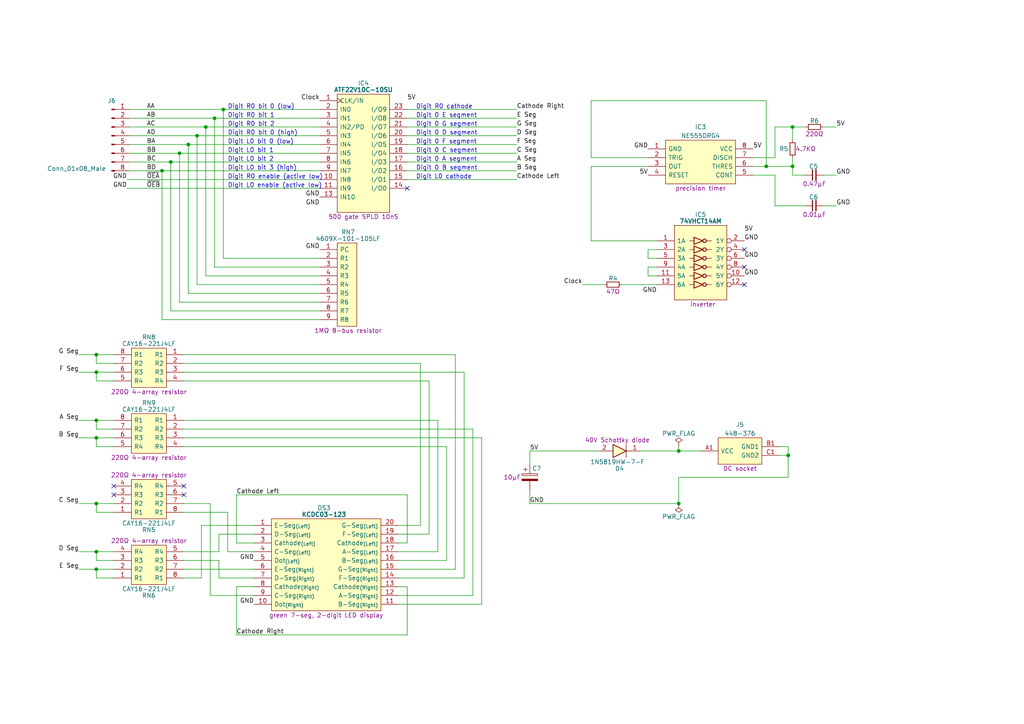
<source format=kicad_sch>
(kicad_sch (version 20230121) (generator eeschema)
  (paper "A4")
  (lib_symbols
    (symbol "Bourns:4609X-101-105LF" (pin_names (offset 0.762))
      (property "Reference" "RN" (at 8.255 5.08 0))
      (property "Value" "4609X-101-105LF" (at 8.255 3.175 0))
      (property "Description" "1MΩ 8-bus resistor" (at 8.255 -23.495 0))
      (symbol "4609X-101-105LF_0_0"
        (pin passive line (at 0 0 0) (length 5.08) (name "PC") (number "1"))
        (pin passive line (at 0 -2.54 0) (length 5.08) (name "R1") (number "2"))
        (pin passive line (at 0 -5.08 0) (length 5.08) (name "R2") (number "3"))
        (pin passive line (at 0 -7.62 0) (length 5.08) (name "R3") (number "4"))
        (pin passive line (at 0 -10.16 0) (length 5.08) (name "R4") (number "5"))
        (pin passive line (at 0 -12.7 0) (length 5.08) (name "R5") (number "6"))
        (pin passive line (at 0 -15.24 0) (length 5.08) (name "R6") (number "7"))
        (pin passive line (at 0 -17.78 0) (length 5.08) (name "R7") (number "8"))
        (pin passive line (at 0 -20.32 0) (length 5.08) (name "R8") (number "9"))
      )
      (symbol "4609X-101-105LF_0_1"
        (polyline (pts (xy 5.08 1.905) (xy 10.795 1.905) (xy 10.795 -22.225) (xy 5.08 -22.225) (xy 5.08 1.905)) (stroke (width 0.1524)) (fill (type background)))
      )
    )
    (symbol "Bourns:CAY16-221J4LF" (pin_names (offset 0.762))
      (property "Reference" "RN" (at 10.16 5.08 0))
      (property "Value" "CAY16-221J4LF" (at 10.16 3.175 0))
      (property "Description" "220Ω 4-array resistor" (at 10.16 -10.795 0))
      (symbol "CAY16-221J4LF_0_0"
        (pin passive line (at 0 0 0) (length 5.08) (name "R1") (number "1"))
        (pin passive line (at 0 -2.54 0) (length 5.08) (name "R2") (number "2"))
        (pin passive line (at 0 -5.08 0) (length 5.08) (name "R3") (number "3"))
        (pin passive line (at 0 -7.62 0) (length 5.08) (name "R4") (number "4"))
        (pin passive line (at 20.32 -7.62 180) (length 5.08) (name "R4") (number "5"))
        (pin passive line (at 20.32 -5.08 180) (length 5.08) (name "R3") (number "6"))
        (pin passive line (at 20.32 -2.54 180) (length 5.08) (name "R2") (number "7"))
        (pin passive line (at 20.32 0 180) (length 5.08) (name "R1") (number "8"))
      )
      (symbol "CAY16-221J4LF_0_1"
        (polyline (pts (xy 5.08 1.905) (xy 15.24 1.905) (xy 15.24 -9.525) (xy 5.08 -9.525) (xy 5.08 1.905)) (stroke (width 0.1524)) (fill (type background)))
      )
    )
    (symbol "Connector:Conn_01x08_Male" (pin_names (offset 1.016) hide)
      (property "Reference" "J" (at 0 10.16 0))
      (property "Value" "Conn_01x08_Male" (at 0 -12.7 0))
      (symbol "Conn_01x08_Male_1_1"
        (polyline (pts (xy 1.27 -10.16) (xy 0.8636 -10.16)) (stroke (width 0.1524)))
        (polyline (pts (xy 1.27 -7.62) (xy 0.8636 -7.62)) (stroke (width 0.1524)))
        (polyline (pts (xy 1.27 -5.08) (xy 0.8636 -5.08)) (stroke (width 0.1524)))
        (polyline (pts (xy 1.27 -2.54) (xy 0.8636 -2.54)) (stroke (width 0.1524)))
        (polyline (pts (xy 1.27 0) (xy 0.8636 0)) (stroke (width 0.1524)))
        (polyline (pts (xy 1.27 2.54) (xy 0.8636 2.54)) (stroke (width 0.1524)))
        (polyline (pts (xy 1.27 5.08) (xy 0.8636 5.08)) (stroke (width 0.1524)))
        (polyline (pts (xy 1.27 7.62) (xy 0.8636 7.62)) (stroke (width 0.1524)))
        (rectangle (start 0.8636 -10.033) (end 0 -10.287) (stroke (width 0.1524)) (fill (type outline)))
        (rectangle (start 0.8636 -7.493) (end 0 -7.747) (stroke (width 0.1524)) (fill (type outline)))
        (rectangle (start 0.8636 -4.953) (end 0 -5.207) (stroke (width 0.1524)) (fill (type outline)))
        (rectangle (start 0.8636 -2.413) (end 0 -2.667) (stroke (width 0.1524)) (fill (type outline)))
        (rectangle (start 0.8636 0.127) (end 0 -0.127) (stroke (width 0.1524)) (fill (type outline)))
        (rectangle (start 0.8636 2.667) (end 0 2.413) (stroke (width 0.1524)) (fill (type outline)))
        (rectangle (start 0.8636 5.207) (end 0 4.953) (stroke (width 0.1524)) (fill (type outline)))
        (rectangle (start 0.8636 7.747) (end 0 7.493) (stroke (width 0.1524)) (fill (type outline)))
        (pin passive line (at 5.08 7.62 180) (length 3.81) (name "Pin_1") (number "1"))
        (pin passive line (at 5.08 5.08 180) (length 3.81) (name "Pin_2") (number "2"))
        (pin passive line (at 5.08 2.54 180) (length 3.81) (name "Pin_3") (number "3"))
        (pin passive line (at 5.08 0 180) (length 3.81) (name "Pin_4") (number "4"))
        (pin passive line (at 5.08 -2.54 180) (length 3.81) (name "Pin_5") (number "5"))
        (pin passive line (at 5.08 -5.08 180) (length 3.81) (name "Pin_6") (number "6"))
        (pin passive line (at 5.08 -7.62 180) (length 3.81) (name "Pin_7") (number "7"))
        (pin passive line (at 5.08 -10.16 180) (length 3.81) (name "Pin_8") (number "8"))
      )
    )
    (symbol "Device:C_Polarized" (pin_numbers hide) (pin_names (offset 0.254))
      (property "Reference" "C" (at 0.635 2.54 0))
      (property "Value" "C_Polarized" (at 0.635 -2.54 0))
      (symbol "C_Polarized_0_1"
        (rectangle (start -2.286 0.508) (end 2.286 1.016))
        (polyline (pts (xy -1.778 2.286) (xy -0.762 2.286)))
        (polyline (pts (xy -1.27 2.794) (xy -1.27 1.778)))
        (rectangle (start 2.286 -0.508) (end -2.286 -1.016) (fill (type outline)))
      )
      (symbol "C_Polarized_1_1"
        (pin passive line (at 0 3.81 270) (length 2.794) (name "~") (number "1"))
        (pin passive line (at 0 -3.81 90) (length 2.794) (name "~") (number "2"))
      )
    )
    (symbol "Diodes_Inc:1N5819HW-7-F" (pin_names (offset 0.762))
      (property "Reference" "D" (at 5.715 5.08 0))
      (property "Value" "1N5819HW-7-F" (at 6.35 3.175 0))
      (property "Description" "40V Schottky diode" (at 6.35 -3.175 0))
      (symbol "1N5819HW-7-F_0_0"
        (pin passive line (at 0 0 0) (length 2.54) (name "~") (number "1"))
        (pin passive line (at 11.43 0 180) (length 2.54) (name "~") (number "2"))
      )
      (symbol "1N5819HW-7-F_0_1"
        (polyline (pts (xy 2.54 0) (xy 3.81 0)) (stroke (width 0.1524)))
        (polyline (pts (xy 3.81 1.905) (xy 3.81 -1.905)) (stroke (width 0.1524)))
        (polyline (pts (xy 7.62 0) (xy 8.89 0)) (stroke (width 0.1524)))
        (polyline (pts (xy 3.81 0) (xy 7.62 1.905) (xy 7.62 -1.905) (xy 3.81 0)) (stroke (width 0.254)) (fill (type background)))
      )
    )
    (symbol "HCP65:C_0805" (pin_numbers hide) (pin_names (offset 0.254) hide)
      (property "Reference" "C" (at 2.286 2.54 0))
      (property "Description" "?μF" (at 2.54 -2.54 0))
      (symbol "C_0805_0_1"
        (polyline (pts (xy 1.9685 -1.4605) (xy 1.9685 1.5875)) (stroke (width 0.3048)))
        (polyline (pts (xy 2.9845 -1.4605) (xy 2.9845 1.5875)) (stroke (width 0.3302)))
      )
      (symbol "C_0805_1_1"
        (pin passive line (at 0 0 0) (length 2.032) (name "~") (number "1"))
        (pin passive line (at 5.08 0 180) (length 2.032) (name "~") (number "2"))
      )
    )
    (symbol "HCP65:R_0805" (pin_numbers hide) (pin_names hide)
      (property "Reference" "R" (at 2.54 1.778 0))
      (property "Description" "?Ω" (at 2.54 -2.032 0))
      (symbol "R_0805_0_1"
        (rectangle (start 0.762 0.762) (end 4.318 -0.762) (stroke (width 0.2032)))
      )
      (symbol "R_0805_1_1"
        (pin passive line (at 0 0 0) (length 0.72) (name "~") (number "1"))
        (pin passive line (at 5.08 0 180) (length 0.72) (name "~") (number "2"))
      )
    )
    (symbol "Kingbright:KCDC03-123" (pin_names (offset 0.762))
      (property "Reference" "DS" (at 20.32 5.08 0))
      (property "Value" "KCDC03-123" (at 20.32 3.175 0))
      (property "Description" "green 7-seg, 2-digit LED display" (at 20.955 -26.035 0))
      (symbol "KCDC03-123_0_0"
        (pin input line (at 0 0 0) (length 5.08) (name "E-Seg_{(Left)}") (number "1"))
        (pin input line (at 0 -22.86 0) (length 5.08) (name "Dot_{(Right)}") (number "10"))
        (pin input line (at 41.91 -22.86 180) (length 5.08) (name "B-Seg_{(Right)}") (number "11"))
        (pin input line (at 41.91 -20.32 180) (length 5.08) (name "A-Seg_{(Right)}") (number "12"))
        (pin passive line (at 41.91 -17.78 180) (length 5.08) (name "Cathode_{(Right)}") (number "13"))
        (pin input line (at 41.91 -15.24 180) (length 5.08) (name "F-Seg_{(Right)}") (number "14"))
        (pin input line (at 41.91 -12.7 180) (length 5.08) (name "G-Seg_{(Right)}") (number "15"))
        (pin input line (at 41.91 -10.16 180) (length 5.08) (name "B-Seg_{(Left)}") (number "16"))
        (pin input line (at 41.91 -7.62 180) (length 5.08) (name "A-Seg_{(Left)}") (number "17"))
        (pin passive line (at 41.91 -5.08 180) (length 5.08) (name "Cathode_{(Left)}") (number "18"))
        (pin input line (at 41.91 -2.54 180) (length 5.08) (name "F-Seg_{(Left)}") (number "19"))
        (pin input line (at 0 -2.54 0) (length 5.08) (name "D-Seg_{(Left)}") (number "2"))
        (pin input line (at 41.91 0 180) (length 5.08) (name "G-Seg_{(Left)}") (number "20"))
        (pin passive line (at 0 -5.08 0) (length 5.08) (name "Cathode_{(Left)}") (number "3"))
        (pin input line (at 0 -7.62 0) (length 5.08) (name "C-Seg_{(Left)}") (number "4"))
        (pin input line (at 0 -10.16 0) (length 5.08) (name "Dot_{(Left)}") (number "5"))
        (pin input line (at 0 -12.7 0) (length 5.08) (name "E-Seg_{(Right)}") (number "6"))
        (pin input line (at 0 -15.24 0) (length 5.08) (name "D-Seg_{(Right)}") (number "7"))
        (pin passive line (at 0 -17.78 0) (length 5.08) (name "Cathode_{(Right)}") (number "8"))
        (pin input line (at 0 -20.32 0) (length 5.08) (name "C-Seg_{(Right)}") (number "9"))
      )
      (symbol "KCDC03-123_0_1"
        (polyline (pts (xy 5.08 1.905) (xy 36.83 1.905) (xy 36.83 -24.765) (xy 5.08 -24.765) (xy 5.08 1.905)) (stroke (width 0.1524)) (fill (type background)))
      )
    )
    (symbol "Microchip:ATF22V10C-10SU" (pin_names (offset 0.762))
      (property "Reference" "IC" (at 12.7 5.08 0))
      (property "Value" "ATF22V10C-10SU" (at 12.7 3.175 0))
      (property "Description" "500 gate SPLD 10nS" (at 12.7 -33.655 0))
      (symbol "ATF22V10C-10SU_0_0"
        (pin input clock (at 0 0 0) (length 5.08) (name "CLK/IN") (number "1"))
        (pin input line (at 0 -22.86 0) (length 5.08) (name "IN8") (number "10"))
        (pin input line (at 0 -25.4 0) (length 5.08) (name "IN9") (number "11"))
        (pin passive line (at 0 -30.48 0) (length 5.08) hide (name "GND") (number "12"))
        (pin input line (at 0 -27.94 0) (length 5.08) (name "IN10") (number "13"))
        (pin bidirectional line (at 25.4 -25.4 180) (length 5.08) (name "I/O0") (number "14"))
        (pin bidirectional line (at 25.4 -22.86 180) (length 5.08) (name "I/O1") (number "15"))
        (pin bidirectional line (at 25.4 -20.32 180) (length 5.08) (name "I/O2") (number "16"))
        (pin bidirectional line (at 25.4 -17.78 180) (length 5.08) (name "I/O3") (number "17"))
        (pin bidirectional line (at 25.4 -15.24 180) (length 5.08) (name "I/O4") (number "18"))
        (pin bidirectional line (at 25.4 -12.7 180) (length 5.08) (name "I/O5") (number "19"))
        (pin input line (at 0 -2.54 0) (length 5.08) (name "IN0") (number "2"))
        (pin bidirectional line (at 25.4 -10.16 180) (length 5.08) (name "I/O6") (number "20"))
        (pin bidirectional line (at 25.4 -7.62 180) (length 5.08) (name "I/O7") (number "21"))
        (pin bidirectional line (at 25.4 -5.08 180) (length 5.08) (name "I/O8") (number "22"))
        (pin bidirectional line (at 25.4 -2.54 180) (length 5.08) (name "I/O9") (number "23"))
        (pin passive line (at 25.4 0 180) (length 5.08) hide (name "5V") (number "24"))
        (pin input line (at 0 -5.08 0) (length 5.08) (name "IN1") (number "3"))
        (pin input line (at 0 -7.62 0) (length 5.08) (name "IN2/PD") (number "4"))
        (pin input line (at 0 -10.16 0) (length 5.08) (name "IN3") (number "5"))
        (pin input line (at 0 -12.7 0) (length 5.08) (name "IN4") (number "6"))
        (pin input line (at 0 -15.24 0) (length 5.08) (name "IN5") (number "7"))
        (pin input line (at 0 -17.78 0) (length 5.08) (name "IN6") (number "8"))
        (pin input line (at 0 -20.32 0) (length 5.08) (name "IN7") (number "9"))
      )
      (symbol "ATF22V10C-10SU_0_1"
        (polyline (pts (xy 5.08 1.905) (xy 20.32 1.905) (xy 20.32 -32.385) (xy 5.08 -32.385) (xy 5.08 1.905)) (stroke (width 0.1524)) (fill (type background)))
      )
    )
    (symbol "ON_Semiconductor:74VHCT14AM" (pin_names (offset 0.762))
      (property "Reference" "IC" (at 12.7 7.62 0))
      (property "Value" "74VHCT14AM" (at 12.7 5.715 0))
      (property "Description" "inverter" (at 13.335 -18.415 0))
      (symbol "74VHCT14AM_0_0"
        (pin input line (at 0 0 0) (length 5.08) (name "1A") (number "1"))
        (pin output inverted (at 25.4 -10.16 180) (length 5.08) (name "5Y") (number "10"))
        (pin input line (at 0 -10.16 0) (length 5.08) (name "5A") (number "11"))
        (pin output inverted (at 25.4 -12.7 180) (length 5.08) (name "6Y") (number "12"))
        (pin input line (at 0 -12.7 0) (length 5.08) (name "6A") (number "13"))
        (pin passive line (at 25.4 2.54 180) (length 5.08) hide (name "5V") (number "14"))
        (pin output inverted (at 25.4 0 180) (length 5.08) (name "1Y") (number "2"))
        (pin input line (at 0 -2.54 0) (length 5.08) (name "2A") (number "3"))
        (pin output inverted (at 25.4 -2.54 180) (length 5.08) (name "2Y") (number "4"))
        (pin input line (at 0 -5.08 0) (length 5.08) (name "3A") (number "5"))
        (pin output inverted (at 25.4 -5.08 180) (length 5.08) (name "3Y") (number "6"))
        (pin passive line (at 0 -15.24 0) (length 5.08) hide (name "GND") (number "7"))
        (pin output inverted (at 25.4 -7.62 180) (length 5.08) (name "4Y") (number "8"))
        (pin input line (at 0 -7.62 0) (length 5.08) (name "4A") (number "9"))
      )
      (symbol "74VHCT14AM_0_1"
        (polyline (pts (xy 9.525 -12.7) (xy 10.7949 -12.7)))
        (polyline (pts (xy 9.525 -10.16) (xy 10.7949 -10.16)))
        (polyline (pts (xy 9.525 -7.62) (xy 10.7949 -7.62)))
        (polyline (pts (xy 9.525 -5.08) (xy 10.7949 -5.08)))
        (polyline (pts (xy 9.525 -2.54) (xy 10.7949 -2.54)))
        (polyline (pts (xy 9.525 0) (xy 10.7949 0)))
        (polyline (pts (xy 14.351 -12.7) (xy 15.875 -12.7)))
        (polyline (pts (xy 14.351 -10.16) (xy 15.875 -10.16)))
        (polyline (pts (xy 14.351 -7.62) (xy 15.875 -7.62)))
        (polyline (pts (xy 14.351 -5.08) (xy 15.875 -5.08)))
        (polyline (pts (xy 14.351 -2.54) (xy 15.875 -2.54)))
        (polyline (pts (xy 14.351 0) (xy 15.875 0)))
        (polyline (pts (xy 10.795 -13.716) (xy 13.335 -12.7) (xy 10.795 -11.684)) (stroke (width 0.254)))
        (polyline (pts (xy 10.795 -11.176) (xy 13.335 -10.16) (xy 10.795 -9.144)) (stroke (width 0.254)))
        (polyline (pts (xy 10.795 -8.636) (xy 13.335 -7.62) (xy 10.795 -6.604)) (stroke (width 0.254)))
        (polyline (pts (xy 10.795 -6.096) (xy 13.335 -5.08) (xy 10.795 -4.064)) (stroke (width 0.254)))
        (polyline (pts (xy 10.795 -3.556) (xy 13.335 -2.54) (xy 10.795 -1.524)) (stroke (width 0.254)))
        (polyline (pts (xy 10.795 -1.016) (xy 13.335 0) (xy 10.795 1.016)) (stroke (width 0.254)))
        (polyline (pts (xy 5.08 4.445) (xy 20.32 4.445) (xy 20.32 -17.145) (xy 5.08 -17.145) (xy 5.08 4.445)) (stroke (width 0.1524)) (fill (type background)))
        (rectangle (start 10.795 -11.684) (end 10.795 -13.716) (stroke (width 0.254)) (fill (type background)))
        (rectangle (start 10.795 -9.144) (end 10.795 -11.176) (stroke (width 0.254)) (fill (type background)))
        (rectangle (start 10.795 -6.604) (end 10.795 -8.636) (stroke (width 0.254)) (fill (type background)))
        (rectangle (start 10.795 -4.064) (end 10.795 -6.096) (stroke (width 0.254)) (fill (type background)))
        (rectangle (start 10.795 -1.524) (end 10.795 -3.556) (stroke (width 0.254)) (fill (type background)))
        (rectangle (start 10.795 1.016) (end 10.795 -1.016) (stroke (width 0.254)) (fill (type background)))
        (circle (center 13.843 -12.7) (radius 0.508) (stroke (width 0.254)))
        (circle (center 13.843 -10.16) (radius 0.508) (stroke (width 0.254)))
        (circle (center 13.843 -7.62) (radius 0.508) (stroke (width 0.254)))
        (circle (center 13.843 -5.08) (radius 0.508) (stroke (width 0.254)))
        (circle (center 13.843 -2.54) (radius 0.508) (stroke (width 0.254)))
        (circle (center 13.843 0) (radius 0.508) (stroke (width 0.254)))
      )
    )
    (symbol "RS_Components:448-376" (pin_names (offset 0.762))
      (property "Reference" "J" (at 11.43 6.35 0))
      (property "Value" "448-376" (at 11.43 3.81 0))
      (property "Description" "DC socket" (at 11.43 -6.35 0))
      (symbol "448-376_0_0"
        (pin passive line (at 0 -1.27 0) (length 5.08) (name "VCC") (number "A1"))
        (pin passive line (at 22.86 0 180) (length 5.08) (name "GND1") (number "B1"))
        (pin passive line (at 22.86 -2.54 180) (length 5.08) (name "GND2") (number "C1"))
      )
      (symbol "448-376_0_1"
        (polyline (pts (xy 5.08 2.54) (xy 17.78 2.54) (xy 17.78 -5.08) (xy 5.08 -5.08) (xy 5.08 2.54)) (stroke (width 0.1524)) (fill (type background)))
      )
    )
    (symbol "Texas_Instruments:NE555DRG4" (pin_names (offset 0.762))
      (property "Reference" "IC3" (at 15.24 6.35 0))
      (property "Value" "NE555DRG4" (at 15.24 3.81 0))
      (property "Description" "precision timer" (at 15.24 -11.43 0))
      (symbol "NE555DRG4_0_0"
        (pin passive line (at 0 0 0) (length 5.08) (name "GND") (number "1"))
        (pin passive line (at 0 -2.54 0) (length 5.08) (name "TRIG") (number "2"))
        (pin passive line (at 0 -5.08 0) (length 5.08) (name "OUT") (number "3"))
        (pin passive line (at 0 -7.62 0) (length 5.08) (name "RESET") (number "4"))
        (pin passive line (at 30.48 -7.62 180) (length 5.08) (name "CONT") (number "5"))
        (pin passive line (at 30.48 -5.08 180) (length 5.08) (name "THRES") (number "6"))
        (pin passive line (at 30.48 -2.54 180) (length 5.08) (name "DISCH") (number "7"))
        (pin passive line (at 30.48 0 180) (length 5.08) (name "VCC") (number "8"))
      )
      (symbol "NE555DRG4_0_1"
        (polyline (pts (xy 5.08 2.54) (xy 25.4 2.54) (xy 25.4 -10.16) (xy 5.08 -10.16) (xy 5.08 2.54)) (stroke (width 0.1524)) (fill (type background)))
      )
    )
    (symbol "power:PWR_FLAG" (power) (pin_numbers hide) (pin_names (offset 0) hide)
      (property "Value" "PWR_FLAG" (at 0 3.81 0))
      (symbol "PWR_FLAG_0_0"
        (pin power_out line (at 0 0 90) (length 0) (name "pwr") (number "1"))
      )
      (symbol "PWR_FLAG_0_1"
        (polyline (pts (xy 0 0) (xy 0 1.27) (xy -1.016 1.905) (xy 0 2.54) (xy 1.016 1.905) (xy 0 1.27)))
      )
    )
  )
  (junction (at 229.87 36.83))
  (junction (at 27.94 160.02))
  (junction (at 27.94 165.1))
  (junction (at 27.94 146.05))
  (junction (at 27.94 127))
  (junction (at 27.94 107.95))
  (junction (at 49.53 46.99))
  (junction (at 196.85 146.05))
  (junction (at 196.85 130.81))
  (junction (at 57.15 39.37))
  (junction (at 228.6 132.08))
  (junction (at 64.77 31.75))
  (junction (at 52.07 44.45))
  (junction (at 27.94 102.87))
  (junction (at 46.99 49.53))
  (junction (at 229.87 48.26))
  (junction (at 27.94 121.92))
  (junction (at 59.69 36.83))
  (junction (at 62.23 34.29))
  (junction (at 222.25 48.26))
  (junction (at 54.61 41.91))
  (no_connect (at 215.9 72.39))
  (no_connect (at 215.9 77.47))
  (no_connect (at 215.9 82.55))
  (no_connect (at 53.34 143.51))
  (no_connect (at 33.02 143.51))
  (no_connect (at 53.34 140.97))
  (no_connect (at 33.02 140.97))
  (no_connect (at 118.11 54.61))
  (wire (pts (xy 196.85 130.81) (xy 203.2 130.81)))
  (wire (pts (xy 229.87 36.83) (xy 229.87 40.64)))
  (wire (pts (xy 33.02 148.59) (xy 27.94 148.59)))
  (wire (pts (xy 196.85 129.54) (xy 196.85 130.81)))
  (wire (pts (xy 62.23 77.47) (xy 92.71 77.47)))
  (wire (pts (xy 115.57 172.72) (xy 137.16 172.72)))
  (wire (pts (xy 171.45 48.26) (xy 171.45 69.85)))
  (wire (pts (xy 187.96 74.93) (xy 190.5 74.93)))
  (wire (pts (xy 27.94 129.54) (xy 27.94 127)))
  (wire (pts (xy 46.99 49.53) (xy 92.71 49.53)))
  (wire (pts (xy 115.57 157.48) (xy 118.11 157.48)))
  (wire (pts (xy 66.04 160.02) (xy 73.66 160.02)))
  (wire (pts (xy 153.67 130.81) (xy 173.99 130.81)))
  (wire (pts (xy 27.94 121.92) (xy 33.02 121.92)))
  (wire (pts (xy 228.6 129.54) (xy 226.06 129.54)))
  (wire (pts (xy 124.46 110.49) (xy 124.46 154.94)))
  (wire (pts (xy 64.77 31.75) (xy 92.71 31.75)))
  (wire (pts (xy 52.07 44.45) (xy 92.71 44.45)))
  (wire (pts (xy 53.34 165.1) (xy 73.66 165.1)))
  (wire (pts (xy 33.02 162.56) (xy 27.94 162.56)))
  (wire (pts (xy 22.86 121.92) (xy 27.94 121.92)))
  (wire (pts (xy 228.6 138.43) (xy 196.85 138.43)))
  (wire (pts (xy 27.94 105.41) (xy 27.94 102.87)))
  (wire (pts (xy 118.11 170.18) (xy 115.57 170.18)))
  (wire (pts (xy 73.66 167.64) (xy 63.5 167.64)))
  (wire (pts (xy 37.465 41.91) (xy 54.61 41.91)))
  (wire (pts (xy 53.34 162.56) (xy 63.5 162.56)))
  (wire (pts (xy 62.23 34.29) (xy 92.71 34.29)))
  (wire (pts (xy 62.23 77.47) (xy 62.23 34.29)))
  (wire (pts (xy 68.58 143.51) (xy 118.11 143.51)))
  (wire (pts (xy 33.02 110.49) (xy 27.94 110.49)))
  (wire (pts (xy 171.45 29.21) (xy 222.25 29.21)))
  (wire (pts (xy 37.465 34.29) (xy 62.23 34.29)))
  (wire (pts (xy 59.69 36.83) (xy 92.71 36.83)))
  (wire (pts (xy 53.34 105.41) (xy 121.92 105.41)))
  (wire (pts (xy 64.77 74.93) (xy 64.77 31.75)))
  (wire (pts (xy 190.5 77.47) (xy 187.96 77.47)))
  (wire (pts (xy 57.15 39.37) (xy 92.71 39.37)))
  (wire (pts (xy 66.04 148.59) (xy 66.04 160.02)))
  (wire (pts (xy 115.57 154.94) (xy 124.46 154.94)))
  (wire (pts (xy 187.96 72.39) (xy 187.96 74.93)))
  (wire (pts (xy 73.66 170.18) (xy 68.58 170.18)))
  (wire (pts (xy 57.15 82.55) (xy 92.71 82.55)))
  (wire (pts (xy 134.62 107.95) (xy 134.62 167.64)))
  (wire (pts (xy 149.86 49.53) (xy 118.11 49.53)))
  (wire (pts (xy 27.94 124.46) (xy 27.94 121.92)))
  (wire (pts (xy 27.94 127) (xy 33.02 127)))
  (wire (pts (xy 132.08 102.87) (xy 132.08 165.1)))
  (wire (pts (xy 63.5 160.02) (xy 63.5 154.94)))
  (wire (pts (xy 49.53 90.17) (xy 49.53 46.99)))
  (wire (pts (xy 242.57 36.83) (xy 238.76 36.83)))
  (wire (pts (xy 118.11 157.48) (xy 118.11 143.51)))
  (wire (pts (xy 53.34 127) (xy 139.7 127)))
  (wire (pts (xy 22.86 165.1) (xy 27.94 165.1)))
  (wire (pts (xy 27.94 162.56) (xy 27.94 160.02)))
  (wire (pts (xy 171.45 45.72) (xy 171.45 29.21)))
  (wire (pts (xy 36.83 52.07) (xy 92.71 52.07)))
  (wire (pts (xy 27.94 165.1) (xy 27.94 167.64)))
  (wire (pts (xy 187.96 77.47) (xy 187.96 80.01)))
  (wire (pts (xy 185.42 130.81) (xy 196.85 130.81)))
  (wire (pts (xy 224.79 50.8) (xy 224.79 59.69)))
  (wire (pts (xy 187.96 80.01) (xy 190.5 80.01)))
  (wire (pts (xy 228.6 132.08) (xy 226.06 132.08)))
  (wire (pts (xy 149.86 46.99) (xy 118.11 46.99)))
  (wire (pts (xy 27.94 107.95) (xy 33.02 107.95)))
  (wire (pts (xy 149.86 36.83) (xy 118.11 36.83)))
  (wire (pts (xy 59.69 80.01) (xy 59.69 36.83)))
  (wire (pts (xy 222.25 48.26) (xy 229.87 48.26)))
  (wire (pts (xy 228.6 129.54) (xy 228.6 132.08)))
  (wire (pts (xy 53.34 124.46) (xy 137.16 124.46)))
  (wire (pts (xy 37.465 46.99) (xy 49.53 46.99)))
  (wire (pts (xy 46.99 92.71) (xy 46.99 49.53)))
  (wire (pts (xy 196.85 138.43) (xy 196.85 146.05)))
  (wire (pts (xy 242.57 59.69) (xy 238.76 59.69)))
  (wire (pts (xy 68.58 157.48) (xy 73.66 157.48)))
  (wire (pts (xy 60.96 146.05) (xy 60.96 172.72)))
  (wire (pts (xy 46.99 92.71) (xy 92.71 92.71)))
  (wire (pts (xy 153.67 130.81) (xy 153.67 134.62)))
  (wire (pts (xy 233.68 50.8) (xy 229.87 50.8)))
  (wire (pts (xy 64.77 31.75) (xy 37.465 31.75)))
  (wire (pts (xy 153.67 146.05) (xy 153.67 142.24)))
  (wire (pts (xy 73.66 152.4) (xy 58.42 152.4)))
  (wire (pts (xy 37.465 49.53) (xy 46.99 49.53)))
  (wire (pts (xy 63.5 162.56) (xy 63.5 167.64)))
  (wire (pts (xy 73.66 172.72) (xy 60.96 172.72)))
  (wire (pts (xy 53.34 146.05) (xy 60.96 146.05)))
  (wire (pts (xy 53.34 102.87) (xy 132.08 102.87)))
  (wire (pts (xy 115.57 160.02) (xy 127 160.02)))
  (wire (pts (xy 228.6 132.08) (xy 228.6 138.43)))
  (wire (pts (xy 68.58 143.51) (xy 68.58 157.48)))
  (wire (pts (xy 59.69 80.01) (xy 92.71 80.01)))
  (wire (pts (xy 49.53 90.17) (xy 92.71 90.17)))
  (wire (pts (xy 115.57 165.1) (xy 132.08 165.1)))
  (wire (pts (xy 59.69 36.83) (xy 37.465 36.83)))
  (wire (pts (xy 33.02 129.54) (xy 27.94 129.54)))
  (wire (pts (xy 37.465 44.45) (xy 52.07 44.45)))
  (wire (pts (xy 127 121.92) (xy 127 160.02)))
  (wire (pts (xy 54.61 85.09) (xy 54.61 41.91)))
  (wire (pts (xy 149.86 39.37) (xy 118.11 39.37)))
  (wire (pts (xy 218.44 50.8) (xy 224.79 50.8)))
  (wire (pts (xy 22.86 146.05) (xy 27.94 146.05)))
  (wire (pts (xy 224.79 45.72) (xy 218.44 45.72)))
  (wire (pts (xy 121.92 105.41) (xy 121.92 152.4)))
  (wire (pts (xy 229.87 36.83) (xy 233.68 36.83)))
  (wire (pts (xy 222.25 29.21) (xy 222.25 48.26)))
  (wire (pts (xy 27.94 146.05) (xy 33.02 146.05)))
  (wire (pts (xy 180.34 82.55) (xy 190.5 82.55)))
  (wire (pts (xy 53.34 167.64) (xy 58.42 167.64)))
  (wire (pts (xy 68.58 184.15) (xy 118.11 184.15)))
  (wire (pts (xy 187.96 48.26) (xy 171.45 48.26)))
  (wire (pts (xy 52.07 87.63) (xy 52.07 44.45)))
  (wire (pts (xy 242.57 50.8) (xy 238.76 50.8)))
  (wire (pts (xy 149.86 52.07) (xy 118.11 52.07)))
  (wire (pts (xy 63.5 154.94) (xy 73.66 154.94)))
  (wire (pts (xy 53.34 129.54) (xy 129.54 129.54)))
  (wire (pts (xy 115.57 175.26) (xy 139.7 175.26)))
  (wire (pts (xy 53.34 121.92) (xy 127 121.92)))
  (wire (pts (xy 224.79 59.69) (xy 233.68 59.69)))
  (wire (pts (xy 118.11 184.15) (xy 118.11 170.18)))
  (wire (pts (xy 115.57 167.64) (xy 134.62 167.64)))
  (wire (pts (xy 168.91 82.55) (xy 175.26 82.55)))
  (wire (pts (xy 52.07 87.63) (xy 92.71 87.63)))
  (wire (pts (xy 54.61 85.09) (xy 92.71 85.09)))
  (wire (pts (xy 27.94 110.49) (xy 27.94 107.95)))
  (wire (pts (xy 229.87 48.26) (xy 229.87 50.8)))
  (wire (pts (xy 171.45 69.85) (xy 190.5 69.85)))
  (wire (pts (xy 137.16 124.46) (xy 137.16 172.72)))
  (wire (pts (xy 22.86 102.87) (xy 27.94 102.87)))
  (wire (pts (xy 124.46 110.49) (xy 53.34 110.49)))
  (wire (pts (xy 57.15 82.55) (xy 57.15 39.37)))
  (wire (pts (xy 53.34 107.95) (xy 134.62 107.95)))
  (wire (pts (xy 64.77 74.93) (xy 92.71 74.93)))
  (wire (pts (xy 58.42 152.4) (xy 58.42 167.64)))
  (wire (pts (xy 153.67 146.05) (xy 196.85 146.05)))
  (wire (pts (xy 149.86 41.91) (xy 118.11 41.91)))
  (wire (pts (xy 149.86 34.29) (xy 118.11 34.29)))
  (wire (pts (xy 54.61 41.91) (xy 92.71 41.91)))
  (wire (pts (xy 66.04 148.59) (xy 53.34 148.59)))
  (wire (pts (xy 27.94 165.1) (xy 33.02 165.1)))
  (wire (pts (xy 224.79 36.83) (xy 229.87 36.83)))
  (wire (pts (xy 222.25 48.26) (xy 218.44 48.26)))
  (wire (pts (xy 115.57 152.4) (xy 121.92 152.4)))
  (wire (pts (xy 22.86 107.95) (xy 27.94 107.95)))
  (wire (pts (xy 149.86 31.75) (xy 118.11 31.75)))
  (wire (pts (xy 68.58 170.18) (xy 68.58 184.15)))
  (wire (pts (xy 37.465 39.37) (xy 57.15 39.37)))
  (wire (pts (xy 36.83 54.61) (xy 92.71 54.61)))
  (wire (pts (xy 129.54 129.54) (xy 129.54 162.56)))
  (wire (pts (xy 139.7 127) (xy 139.7 175.26)))
  (wire (pts (xy 229.87 48.26) (xy 229.87 45.72)))
  (wire (pts (xy 115.57 162.56) (xy 129.54 162.56)))
  (wire (pts (xy 33.02 167.64) (xy 27.94 167.64)))
  (wire (pts (xy 190.5 72.39) (xy 187.96 72.39)))
  (wire (pts (xy 33.02 124.46) (xy 27.94 124.46)))
  (wire (pts (xy 49.53 46.99) (xy 92.71 46.99)))
  (wire (pts (xy 27.94 148.59) (xy 27.94 146.05)))
  (wire (pts (xy 27.94 102.87) (xy 33.02 102.87)))
  (wire (pts (xy 22.86 127) (xy 27.94 127)))
  (wire (pts (xy 53.34 160.02) (xy 63.5 160.02)))
  (wire (pts (xy 187.96 45.72) (xy 171.45 45.72)))
  (wire (pts (xy 224.79 36.83) (xy 224.79 45.72)))
  (wire (pts (xy 27.94 160.02) (xy 33.02 160.02)))
  (wire (pts (xy 33.02 105.41) (xy 27.94 105.41)))
  (wire (pts (xy 22.86 160.02) (xy 27.94 160.02)))
  (wire (pts (xy 149.86 44.45) (xy 118.11 44.45)))
  (text "Digit R0 bit 0 (low)" (at 66.04 31.75 0) (effects (font (size 1.27 1.27)) (justify left bottom)))
  (text "Digit 0 A segment" (at 120.65 46.99 0) (effects (font (size 1.27 1.27)) (justify left bottom)))
  (text "Digit R0 bit 1" (at 66.04 34.29 0) (effects (font (size 1.27 1.27)) (justify left bottom)))
  (text "Digit L0 enable (active low)" (at 66.04 54.61 0) (effects (font (size 1.27 1.27)) (justify left bottom)))
  (text "Digit L0 cathode" (at 120.65 52.07 0) (effects (font (size 1.27 1.27)) (justify left bottom)))
  (text "Digit 0 D segment" (at 120.65 39.37 0) (effects (font (size 1.27 1.27)) (justify left bottom)))
  (text "Digit 0 F segment" (at 120.65 41.91 0) (effects (font (size 1.27 1.27)) (justify left bottom)))
  (text "Digit L0 bit 3 (high)" (at 66.04 49.53 0) (effects (font (size 1.27 1.27)) (justify left bottom)))
  (text "Digit 0 G segment" (at 120.65 36.83 0) (effects (font (size 1.27 1.27)) (justify left bottom)))
  (text "Digit L0 bit 0 (low)" (at 66.04 41.91 0) (effects (font (size 1.27 1.27)) (justify left bottom)))
  (text "Digit R0 enable (active low)" (at 66.04 52.07 0) (effects (font (size 1.27 1.27)) (justify left bottom)))
  (text "Digit L0 bit 1" (at 66.04 44.45 0) (effects (font (size 1.27 1.27)) (justify left bottom)))
  (text "Digit 0 B segment" (at 120.65 49.53 0) (effects (font (size 1.27 1.27)) (justify left bottom)))
  (text "Digit R0 bit 2\n" (at 66.04 36.83 0) (effects (font (size 1.27 1.27)) (justify left bottom)))
  (text "Digit R0 bit 0 (high)" (at 66.04 39.37 0) (effects (font (size 1.27 1.27)) (justify left bottom)))
  (text "Digit 0 E segment" (at 120.65 34.29 0) (effects (font (size 1.27 1.27)) (justify left bottom)))
  (text "Digit L0 bit 2" (at 66.04 46.99 0) (effects (font (size 1.27 1.27)) (justify left bottom)))
  (text "Digit 0 C segment" (at 120.65 44.45 0) (effects (font (size 1.27 1.27)) (justify left bottom)))
  (text "Digit R0 cathode" (at 120.65 31.75 0) (effects (font (size 1.27 1.27)) (justify left bottom)))
  (label "Cathode Right" (at 68.58 184.15 0))
  (label "C Seg" (at 22.86 146.05 180))
  (label "B Seg" (at 22.86 127 180))
  (label "5V" (at 215.9 67.31 0))
  (label "5V" (at 242.57 36.83 0))
  (label "5V" (at 187.96 50.8 180))
  (label "GND" (at 92.71 57.15 180))
  (label "GND" (at 92.71 59.69 180))
  (label "AD" (at 42.545 39.37 0))
  (label "D Seg" (at 149.86 39.37 0))
  (label "5V" (at 218.44 43.18 0))
  (label "GND" (at 190.5 85.09 180))
  (label "E Seg" (at 22.86 165.1 180))
  (label "F Seg" (at 149.86 41.91 0))
  (label "GND" (at 73.66 175.26 180))
  (label "GND" (at 187.96 43.18 180))
  (label "GND" (at 242.57 50.8 0))
  (label "~{OEB}" (at 42.545 54.61 0))
  (label "GND" (at 215.9 80.01 0))
  (label "Cathode Left" (at 149.86 52.07 0))
  (label "BC" (at 42.545 46.99 0))
  (label "B Seg" (at 149.86 49.53 0))
  (label "BB" (at 42.545 44.45 0))
  (label "AC" (at 42.545 36.83 0))
  (label "E Seg" (at 149.86 34.29 0))
  (label "A Seg" (at 22.86 121.92 180))
  (label "GND" (at 215.9 74.93 0))
  (label "Cathode Right" (at 149.86 31.75 0))
  (label "BD" (at 42.545 49.53 0))
  (label "Clock" (at 168.91 82.55 180))
  (label "~{OEA}" (at 42.545 52.07 0))
  (label "GND" (at 36.83 54.61 180))
  (label "GND" (at 242.57 59.69 0))
  (label "GND" (at 36.83 52.07 180))
  (label "D Seg" (at 22.86 160.02 180))
  (label "GND" (at 92.71 72.39 180))
  (label "GND" (at 215.9 69.85 0))
  (label "GND" (at 153.67 146.05 0))
  (label "G Seg" (at 22.86 102.87 180))
  (label "AB" (at 42.545 34.29 0))
  (label "A Seg" (at 149.86 46.99 0))
  (label "BA" (at 42.545 41.91 0))
  (label "G Seg" (at 149.86 36.83 0))
  (label "AA" (at 42.545 31.75 0))
  (label "5V" (at 153.67 130.81 0))
  (label "Cathode Left" (at 68.58 143.51 0))
  (label "5V" (at 118.11 29.21 0))
  (label "GND" (at 73.66 162.56 180))
  (label "C Seg" (at 149.86 44.45 0))
  (label "Clock" (at 92.71 29.21 180))
  (label "F Seg" (at 22.86 107.95 180))
  (symbol (lib_id "Microchip:ATF22V10C-10SU") (at 92.71 29.21 0) (unit 1)
    (property "Reference" "IC4" (at 105.41 24.13 0))
    (property "Value" "ATF22V10C-10SU" (at 105.41 26.035 0) (effects (font bold)))
    (property "Footprint" "SOIC127P1032X265-24N" (effects hide))
    (property "Datasheet" "https://ww1.microchip.com/downloads/en/DeviceDoc/doc0735.pdf" (effects hide))
    (property "Description" "500 gate SPLD 10nS" (at 105.41 62.865 0))
    (property "Height" "2.65" (effects hide))
    (property "Manufacturer_Name" "Microchip" (effects hide))
    (property "Manufacturer_Part_Number" "ATF22V10C-10SU" (effects hide))
    (property "Mouser Part Number" "556-ATF22V10C-10SU" (effects hide))
    (property "Mouser Price/Stock" "https://www.mouser.co.uk/ProductDetail/Microchip-Technology/ATF22V10C-10SU?qs=5h0i3Kr%252BAn1OOXkPIe2X2A%3D%3D" (effects hide))
    (property "Arrow Part Number" "ATF22V10C-10SU" (effects hide))
    (property "Arrow Price/Stock" "https://www.arrow.com/en/products/atf22v10c-10su/microchip-technology?region=nac" (effects hide))
    (instances (project "Bus Tester" (path "" (reference "IC4") (unit 1)) (path "" (reference "IC6") (unit 1))))
  )
  (symbol (lib_id "Diodes_Inc:1N5819HW-7-F") (at 185.42 130.81 180) (unit 1)
    (property "Reference" "D4" (at 179.705 135.89 0))
    (property "Value" "1N5819HW-7-F" (at 179.07 133.985 0))
    (property "Footprint" "SOD3716X145N" (effects hide))
    (property "Datasheet" "https://datasheet.datasheetarchive.com/originals/distributors/Datasheets-DGA23/1390892.pdf" (effects hide))
    (property "Description" "40V Schottky diode" (at 179.07 127.635 0))
    (property "Height" "1.45" (effects hide))
    (property "Manufacturer_Name" "Diodes Inc." (effects hide))
    (property "Manufacturer_Part_Number" "1N5819HW-7-F" (effects hide))
    (property "Mouser Part Number" "621-1N5819HW-F" (effects hide))
    (property "Mouser Price/Stock" "https://www.mouser.co.uk/ProductDetail/Diodes-Incorporated/1N5819HW-7-F?qs=NQ47qNm99eDyWTEd07miYA%3D%3D" (effects hide))
    (property "Silkscreen" "1N5819" (effects hide))
    (instances (project "Bus Tester" (path "" (reference "D4") (unit 1)) (path "" (reference "D6") (unit 1))))
  )
  (symbol (lib_id "Bourns:CAY16-221J4LF") (at 53.34 102.87 0) (mirror y) (unit 1)
    (property "Reference" "RN8" (at 43.18 97.79 0))
    (property "Value" "CAY16-221J4LF" (at 43.18 99.695 0))
    (property "Footprint" "CAY1647R0F4LF" (effects hide))
    (property "Datasheet" "https://www.bourns.com/docs/Product-Datasheets/CATCAY.pdf" (effects hide))
    (property "Description" "220Ω 4-array resistor" (at 43.18 113.665 0))
    (property "Height" "0.6" (effects hide))
    (property "Manufacturer_Name" "Bourns" (effects hide))
    (property "Manufacturer_Part_Number" "CAY16-221J4LF" (effects hide))
    (property "Mouser Part Number" "652-CAY16-221J4LF" (effects hide))
    (property "Mouser Price/Stock" "https://www.mouser.co.uk/ProductDetail/Bourns/CAY16-221J4LF?qs=BKfsZh40Pd9sAo64tUrb9Q%3D%3D" (effects hide))
    (property "Arrow Part Number" "CAY16-221J4LF" (effects hide))
    (property "Arrow Price/Stock" "https://www.arrow.com/en/products/cay16-221j4lf/bourns?region=nac" (effects hide))
    (property "Silkscreen" "220Ω" (effects hide))
    (instances (project "Bus Tester" (path "" (reference "RN8") (unit 1)) (path "" (reference "RN13") (unit 1))))
  )
  (symbol (lib_id "power:PWR_FLAG") (at 196.85 146.05 180) (unit 1)
    (property "Reference" "#FLG02" (effects hide))
    (property "Value" "PWR_FLAG" (at 196.85 149.86 0))
    (instances (project "Bus Tester" (path "" (reference "#FLG02") (unit 1)) (path "" (reference "#FLG0101") (unit 1))))
  )
  (symbol (lib_id "RS_Components:448-376") (at 203.2 129.54 0) (unit 1)
    (property "Reference" "J5" (at 214.63 123.19 0))
    (property "Value" "448-376" (at 214.63 125.73 0))
    (property "Footprint" "448376" (effects hide))
    (property "Datasheet" "https://docs.rs-online.com/902a/0900766b81582446.pdf" (effects hide))
    (property "Description" "DC socket" (at 214.63 135.89 0))
    (property "Height" "11" (effects hide))
    (property "Manufacturer_Name" "RS Components" (effects hide))
    (property "Manufacturer_Part_Number" "448-376" (effects hide))
    (instances (project "Bus Tester" (path "" (reference "J5") (unit 1)) (path "" (reference "J8") (unit 1))))
  )
  (symbol (lib_id "Kingbright:KCDC03-123") (at 73.66 152.4 0) (unit 1)
    (property "Reference" "DS3" (at 93.98 147.32 0))
    (property "Value" "KCDC03-123" (at 93.98 149.225 0) (effects (font bold)))
    (property "Footprint" "KCDC03123" (effects hide))
    (property "Datasheet" "http://www.kingbright.com/attachments/file/psearch/000/00/20160808bak/KCDC03-123(Ver.10A).pdf" (effects hide))
    (property "Description" "green 7-seg, 2-digit LED display" (at 94.615 178.435 0))
    (property "Height" "4.1" (effects hide))
    (property "Manufacturer_Name" "Kingbright" (effects hide))
    (property "Manufacturer_Part_Number" "KCDC03-123" (effects hide))
    (property "Mouser Part Number" "N/A" (effects hide))
    (property "Mouser Price/Stock" "http://www.mouser.com/Search/ProductDetail.aspx?qs=2JU0tDl2GZ3i3Ngnh7RV3w%3d%3d" (effects hide))
    (instances (project "Bus Tester" (path "" (reference "DS3") (unit 1)) (path "" (reference "DS4") (unit 1))))
  )
  (symbol (lib_id "Bourns:CAY16-221J4LF") (at 33.02 148.59 0) (mirror x) (unit 1)
    (property "Reference" "RN5" (at 43.18 153.67 0))
    (property "Value" "CAY16-221J4LF" (at 43.18 151.765 0))
    (property "Footprint" "CAY1647R0F4LF" (effects hide))
    (property "Datasheet" "https://www.bourns.com/docs/Product-Datasheets/CATCAY.pdf" (effects hide))
    (property "Description" "220Ω 4-array resistor" (at 43.18 137.795 0))
    (property "Height" "0.6" (effects hide))
    (property "Manufacturer_Name" "Bourns" (effects hide))
    (property "Manufacturer_Part_Number" "CAY16-221J4LF" (effects hide))
    (property "Mouser Part Number" "652-CAY16-221J4LF" (effects hide))
    (property "Mouser Price/Stock" "https://www.mouser.co.uk/ProductDetail/Bourns/CAY16-221J4LF?qs=BKfsZh40Pd9sAo64tUrb9Q%3D%3D" (effects hide))
    (property "Arrow Part Number" "CAY16-221J4LF" (effects hide))
    (property "Arrow Price/Stock" "https://www.arrow.com/en/products/cay16-221j4lf/bourns?region=nac" (effects hide))
    (property "Silkscreen" "220Ω" (effects hide))
    (instances (project "Bus Tester" (path "" (reference "RN5") (unit 1)) (path "" (reference "RN11") (unit 1))))
  )
  (symbol (lib_id "Texas_Instruments:NE555DRG4") (at 187.96 43.18 0) (unit 1)
    (property "Reference" "IC3" (at 203.2 36.83 0))
    (property "Value" "NE555DRG4" (at 203.2 39.37 0))
    (property "Footprint" "SOIC127P600X175-8N" (effects hide))
    (property "Description" "precision timer" (at 203.2 54.61 0))
    (property "Height" "1.75" (effects hide))
    (property "Mouser Part Number" "595-NE555DRG4" (effects hide))
    (property "Mouser Price/Stock" "https://www.mouser.co.uk/ProductDetail/Texas-Instruments/NE555DRG4?qs=rLYyFdxB%2FmreBHawQCpQ0Q%3D%3D" (effects hide))
    (property "Manufacturer_Name" "Texas Instruments" (effects hide))
    (property "Manufacturer_Part_Number" "NE555DRG4" (effects hide))
    (property "Silkscreen" "NE555" (effects hide))
    (instances (project "Bus Tester" (path "" (reference "IC3") (unit 1)) (path "" (reference "IC7") (unit 1))))
  )
  (symbol (lib_id "HCP65:R_0805") (at 233.68 36.83 0) (unit 1)
    (property "Reference" "R6" (at 236.22 35.052 0))
    (property "Value" "R_0805" (effects hide))
    (property "Footprint" "SamacSys_Parts:R_0805" (effects hide))
    (property "Description" "220Ω" (at 236.22 38.862 0))
    (instances (project "Bus Tester" (path "" (reference "R6") (unit 1)) (path "" (reference "R10") (unit 1))))
  )
  (symbol (lib_id "HCP65:R_0805") (at 229.87 45.72 90) (unit 1)
    (property "Reference" "R5" (at 227.33 43.18 90))
    (property "Value" "R_0805" (effects hide))
    (property "Footprint" "SamacSys_Parts:R_0805" (effects hide))
    (property "Description" "4.7KΩ" (at 233.68 43.18 90))
    (instances (project "Bus Tester" (path "" (reference "R5") (unit 1)) (path "" (reference "R9") (unit 1))))
  )
  (symbol (lib_id "Connector:Conn_01x08_Male") (at 32.385 39.37 0) (unit 1)
    (property "Reference" "J6" (at 32.385 29.21 0))
    (property "Value" "Conn_01x08_Male" (at 22.225 48.895 0))
    (property "Footprint" "Connector_PinHeader_2.54mm:PinHeader_1x08_P2.54mm_Vertical" (effects hide))
    (instances (project "Bus Tester" (path "" (reference "J6") (unit 1)) (path "" (reference "J7") (unit 1))))
  )
  (symbol (lib_id "Bourns:CAY16-221J4LF") (at 53.34 121.92 0) (mirror y) (unit 1)
    (property "Reference" "RN9" (at 43.18 116.84 0))
    (property "Value" "CAY16-221J4LF" (at 43.18 118.745 0))
    (property "Footprint" "CAY1647R0F4LF" (effects hide))
    (property "Datasheet" "https://www.bourns.com/docs/Product-Datasheets/CATCAY.pdf" (effects hide))
    (property "Description" "220Ω 4-array resistor" (at 43.18 132.715 0))
    (property "Height" "0.6" (effects hide))
    (property "Manufacturer_Name" "Bourns" (effects hide))
    (property "Manufacturer_Part_Number" "CAY16-221J4LF" (effects hide))
    (property "Mouser Part Number" "652-CAY16-221J4LF" (effects hide))
    (property "Mouser Price/Stock" "https://www.mouser.co.uk/ProductDetail/Bourns/CAY16-221J4LF?qs=BKfsZh40Pd9sAo64tUrb9Q%3D%3D" (effects hide))
    (property "Arrow Part Number" "CAY16-221J4LF" (effects hide))
    (property "Arrow Price/Stock" "https://www.arrow.com/en/products/cay16-221j4lf/bourns?region=nac" (effects hide))
    (property "Silkscreen" "220Ω" (effects hide))
    (instances (project "Bus Tester" (path "" (reference "RN9") (unit 1)) (path "" (reference "RN14") (unit 1))))
  )
  (symbol (lib_id "Device:C_Polarized") (at 153.67 138.43 0) (unit 1)
    (property "Reference" "C7" (at 154.305 135.89 0) (effects (justify left)))
    (property "Value" "C_Polarized" (effects hide))
    (property "Footprint" "Capacitor_THT:CP_Radial_D4.0mm_P1.50mm" (effects hide))
    (property "Description" "10μF" (at 148.59 138.43 0))
    (instances (project "Bus Tester" (path "" (reference "C7") (unit 1)) (path "" (reference "C8") (unit 1))))
  )
  (symbol (lib_id "HCP65:C_0805") (at 233.68 50.8 0) (unit 1)
    (property "Reference" "C5" (at 235.966 48.26 0))
    (property "Value" "C_0805" (effects hide))
    (property "Footprint" "SamacSys_Parts:C_0805" (effects hide))
    (property "Description" "0.47μF" (at 236.22 53.34 0))
    (instances (project "Bus Tester" (path "" (reference "C5") (unit 1)) (path "" (reference "C9") (unit 1))))
  )
  (symbol (lib_id "ON_Semiconductor:74VHCT14AM") (at 190.5 69.85 0) (unit 1)
    (property "Reference" "IC5" (at 203.2 62.23 0))
    (property "Value" "74VHCT14AM" (at 203.2 64.135 0) (effects (font bold)))
    (property "Footprint" "SOIC127P600X175-14N" (effects hide))
    (property "Datasheet" "https://docs.rs-online.com/5e2e/0900766b812cf5b5.pdf" (effects hide))
    (property "Description" "inverter" (at 203.835 88.265 0))
    (property "Height" "1.75" (effects hide))
    (property "Manufacturer_Name" "onsemi" (effects hide))
    (property "Manufacturer_Part_Number" "74VHCT14AM" (effects hide))
    (property "Mouser Part Number" "512-74VHCT14AM" (effects hide))
    (property "Mouser Price/Stock" "https://www.mouser.com/Search/Refine.aspx?Keyword=512-74VHCT14AM" (effects hide))
    (property "Arrow Part Number" "74VHCT14AM" (effects hide))
    (property "Arrow Price/Stock" "https://www.arrow.com/en/products/74vhct14am/on-semiconductor" (effects hide))
    (instances (project "Bus Tester" (path "" (reference "IC5") (unit 1)) (path "" (reference "IC8") (unit 1))))
  )
  (symbol (lib_id "Bourns:CAY16-221J4LF") (at 33.02 167.64 0) (mirror x) (unit 1)
    (property "Reference" "RN6" (at 43.18 172.72 0))
    (property "Value" "CAY16-221J4LF" (at 43.18 170.815 0))
    (property "Footprint" "CAY1647R0F4LF" (effects hide))
    (property "Datasheet" "https://www.bourns.com/docs/Product-Datasheets/CATCAY.pdf" (effects hide))
    (property "Description" "220Ω 4-array resistor" (at 43.18 156.845 0))
    (property "Height" "0.6" (effects hide))
    (property "Manufacturer_Name" "Bourns" (effects hide))
    (property "Manufacturer_Part_Number" "CAY16-221J4LF" (effects hide))
    (property "Mouser Part Number" "652-CAY16-221J4LF" (effects hide))
    (property "Mouser Price/Stock" "https://www.mouser.co.uk/ProductDetail/Bourns/CAY16-221J4LF?qs=BKfsZh40Pd9sAo64tUrb9Q%3D%3D" (effects hide))
    (property "Arrow Part Number" "CAY16-221J4LF" (effects hide))
    (property "Arrow Price/Stock" "https://www.arrow.com/en/products/cay16-221j4lf/bourns?region=nac" (effects hide))
    (property "Silkscreen" "220Ω" (effects hide))
    (instances (project "Bus Tester" (path "" (reference "RN6") (unit 1)) (path "" (reference "RN12") (unit 1))))
  )
  (symbol (lib_id "Bourns:4609X-101-105LF") (at 92.71 72.39 0) (unit 1)
    (property "Reference" "RN7" (at 100.965 67.31 0))
    (property "Value" "4609X-101-105LF" (at 100.965 69.215 0))
    (property "Footprint" "SamacSys_Parts:4609X" (effects hide))
    (property "Datasheet" "https://www.bourns.com/pdfs/4600X.pdf" (effects hide))
    (property "Description" "1MΩ 8-bus resistor" (at 100.965 95.885 0))
    (property "Manufacturer_Name" "Bourns" (effects hide))
    (property "Manufacturer_Part_Number" "4609X-101-105LF" (effects hide))
    (property "Mouser Part Number" "652-4609X-1LF-1M" (effects hide))
    (property "Mouser Price/Stock" "https://www.mouser.com/Search/Refine.aspx?Keyword=652-4609X-1LF-1M" (effects hide))
    (property "Arrow Part Number" "4609X-101-105LF" (effects hide))
    (property "Arrow Price/Stock" "https://www.arrow.com/en/products/4609x-101-105lf/bourns?region=europe" (effects hide))
    (instances (project "Bus Tester" (path "" (reference "RN7") (unit 1)) (path "" (reference "RN10") (unit 1))))
  )
  (symbol (lib_id "HCP65:R_0805") (at 175.26 82.55 0) (unit 1)
    (property "Reference" "R4" (at 177.8 80.772 0))
    (property "Value" "R_0805" (effects hide))
    (property "Footprint" "SamacSys_Parts:R_0805" (effects hide))
    (property "Description" "47Ω" (at 177.8 84.582 0))
    (instances (project "Bus Tester" (path "" (reference "R4") (unit 1)) (path "" (reference "R8") (unit 1))))
  )
  (symbol (lib_id "power:PWR_FLAG") (at 196.85 129.54 0) (unit 1)
    (property "Reference" "#FLG01" (effects hide))
    (property "Value" "PWR_FLAG" (at 196.85 125.73 0))
    (instances (project "Bus Tester" (path "" (reference "#FLG01") (unit 1)) (path "" (reference "#FLG0102") (unit 1))))
  )
  (symbol (lib_id "HCP65:C_0805") (at 233.68 59.69 0) (unit 1)
    (property "Reference" "C6" (at 235.966 57.15 0))
    (property "Value" "C_0805" (effects hide))
    (property "Footprint" "SamacSys_Parts:C_0805" (effects hide))
    (property "Description" "0.01μF" (at 236.22 62.23 0))
    (instances (project "Bus Tester" (path "" (reference "C6") (unit 1)) (path "" (reference "C10") (unit 1))))
  )
)
</source>
